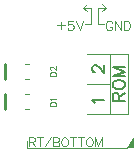
<source format=gbr>
G04 DipTrace 3.3.1.1*
G04 TopSilk.gbr*
%MOIN*%
G04 #@! TF.FileFunction,Legend,Top*
G04 #@! TF.Part,Single*
%ADD10C,0.009843*%
%ADD14C,0.001312*%
%ADD15C,0.004*%
%ADD29C,0.004632*%
%ADD30C,0.003281*%
%ADD31C,0.006176*%
%ADD32C,0.003088*%
%FSLAX26Y26*%
G04*
G70*
G90*
G75*
G01*
G04 TopSilk*
%LPD*%
X412570Y530629D2*
D10*
Y581771D1*
Y630629D2*
Y681771D1*
X818700Y399949D2*
D14*
X487451Y399951D1*
G36*
X843701Y399949D2*
Y437449D1*
X818700Y399949D1*
X843701D1*
G37*
X487449D2*
D14*
Y424949D1*
X687451Y512449D2*
X824951D1*
X762449D2*
Y712449D1*
X824951D2*
X687451D1*
X681201Y812449D2*
X699951D1*
Y868700D1*
X674951D1*
X687451Y881200D1*
X674951Y868700D2*
X687451Y856200D1*
X743700Y812449D2*
X724951D1*
Y868700D1*
X749951D2*
X724951D1*
X749951D2*
X737451Y881200D1*
X749951Y868700D2*
X737451Y856200D1*
X687451Y612451D2*
X762449D1*
X481200Y531200D2*
D15*
X493701D1*
X481200Y581200D2*
X493701D1*
X481200Y631200D2*
X493701D1*
X481200Y681200D2*
X493701D1*
X824949Y512449D2*
D14*
Y712449D1*
X599579Y821941D2*
D29*
Y796108D1*
X586679Y809008D2*
X612512D1*
X638986Y824080D2*
X624660D1*
X623234Y811180D1*
X624660Y812606D1*
X628971Y814065D1*
X633249D1*
X637560Y812606D1*
X640445Y809754D1*
X641871Y805443D1*
Y802591D1*
X640445Y798280D1*
X637560Y795395D1*
X633249Y793969D1*
X628971D1*
X624660Y795395D1*
X623234Y796854D1*
X621775Y799706D1*
X651135Y824113D2*
X662609Y793969D1*
X674083Y824113D1*
X770701Y816950D2*
X769275Y819802D1*
X766390Y822687D1*
X763538Y824113D1*
X757801D1*
X754916Y822687D1*
X752064Y819802D1*
X750605Y816950D1*
X749179Y812639D1*
Y805443D1*
X750605Y801165D1*
X752064Y798280D1*
X754916Y795428D1*
X757801Y793969D1*
X763538D1*
X766390Y795428D1*
X769275Y798280D1*
X770701Y801165D1*
Y805443D1*
X763538D1*
X800060Y824113D2*
Y793969D1*
X779964Y824113D1*
Y793969D1*
X809324Y824113D2*
Y793969D1*
X819372D1*
X823683Y795428D1*
X826568Y798280D1*
X827994Y801165D1*
X829420Y805443D1*
Y812639D1*
X827994Y816950D1*
X826568Y819802D1*
X823683Y822687D1*
X819372Y824113D1*
X809324D1*
X493797Y421385D2*
D30*
X506697D1*
X511008Y422844D1*
X512467Y424270D1*
X513893Y427122D1*
Y430007D1*
X512467Y432858D1*
X511008Y434318D1*
X506697Y435744D1*
X493797D1*
Y405600D1*
X503845Y421385D2*
X513893Y405600D1*
X530503Y435744D2*
Y405600D1*
X520455Y435744D2*
X540551D1*
X547112Y405600D2*
X567208Y435710D1*
X573770Y435744D2*
Y405600D1*
X586703D1*
X591014Y407059D1*
X592440Y408485D1*
X593866Y411337D1*
Y415648D1*
X592440Y418533D1*
X591014Y419959D1*
X586703Y421385D1*
X591014Y422844D1*
X592440Y424270D1*
X593866Y427122D1*
Y430007D1*
X592440Y432858D1*
X591014Y434318D1*
X586703Y435744D1*
X573770D1*
Y421385D2*
X586703D1*
X609050Y435744D2*
X606165Y434318D1*
X603313Y431433D1*
X601854Y428581D1*
X600428Y424270D1*
Y417074D1*
X601854Y412796D1*
X603313Y409911D1*
X606165Y407059D1*
X609050Y405600D1*
X614787D1*
X617639Y407059D1*
X620524Y409911D1*
X621950Y412796D1*
X623376Y417074D1*
Y424270D1*
X621950Y428581D1*
X620524Y431433D1*
X617639Y434318D1*
X614787Y435744D1*
X609050D1*
X639985D2*
Y405600D1*
X629937Y435744D2*
X650033D1*
X666643D2*
Y405600D1*
X656595Y435744D2*
X676691D1*
X691875D2*
X688990Y434318D1*
X686138Y431433D1*
X684679Y428581D1*
X683253Y424270D1*
Y417074D1*
X684679Y412796D1*
X686138Y409911D1*
X688990Y407059D1*
X691875Y405600D1*
X697612D1*
X700464Y407059D1*
X703349Y409911D1*
X704775Y412796D1*
X706201Y417074D1*
Y424270D1*
X704775Y428581D1*
X703349Y431433D1*
X700464Y434318D1*
X697612Y435744D1*
X691875D1*
X735710Y405600D2*
Y435744D1*
X724236Y405600D1*
X712762Y435744D1*
Y405600D1*
X711834Y551342D2*
D31*
X709889Y555189D1*
X704185Y560937D1*
X744333D1*
X713736Y653289D2*
X711834D1*
X707988Y655190D1*
X706086Y657091D1*
X704185Y660938D1*
Y668587D1*
X706087Y672390D1*
X707988Y674291D1*
X711835Y676236D1*
X715637D1*
X719484Y674291D1*
X725188Y670488D1*
X744333Y651343D1*
Y678138D1*
X563382Y540022D2*
D32*
X583478D1*
Y546721D1*
X582506Y549595D1*
X580604Y551518D1*
X578681Y552469D1*
X575829Y553420D1*
X571032D1*
X568158Y552469D1*
X566256Y551518D1*
X564333Y549595D1*
X563382Y546721D1*
Y540022D1*
X567229Y559595D2*
X566257Y561519D1*
X563405Y564393D1*
X583478D1*
X563382Y640022D2*
X583478D1*
Y646721D1*
X582506Y649595D1*
X580604Y651518D1*
X578681Y652469D1*
X575829Y653420D1*
X571032D1*
X568158Y652469D1*
X566256Y651518D1*
X564333Y649595D1*
X563382Y646721D1*
Y640022D1*
X568180Y660568D2*
X567229D1*
X565306Y661519D1*
X564355Y662469D1*
X563405Y664393D1*
Y668217D1*
X564355Y670119D1*
X565306Y671069D1*
X567229Y672042D1*
X569131D1*
X571054Y671069D1*
X573906Y669168D1*
X583478Y659595D1*
Y672993D1*
X792036Y557592D2*
D31*
Y574792D1*
X790090Y580540D1*
X788189Y582486D1*
X784386Y584387D1*
X780540D1*
X776737Y582486D1*
X774792Y580540D1*
X772890Y574792D1*
Y557592D1*
X813082D1*
X792036Y570990D2*
X813082Y584387D1*
X772890Y608235D2*
X774792Y604388D1*
X778638Y600585D1*
X782441Y598640D1*
X788189Y596738D1*
X797784D1*
X803488Y598640D1*
X807334Y600585D1*
X811137Y604388D1*
X813082Y608234D1*
Y615884D1*
X811137Y619686D1*
X807334Y623533D1*
X803488Y625434D1*
X797784Y627336D1*
X788189D1*
X782441Y625434D1*
X778638Y623533D1*
X774792Y619686D1*
X772890Y615884D1*
Y608235D1*
X813082Y670284D2*
X772890D1*
X813082Y654986D1*
X772890Y639687D1*
X813082D1*
M02*

</source>
